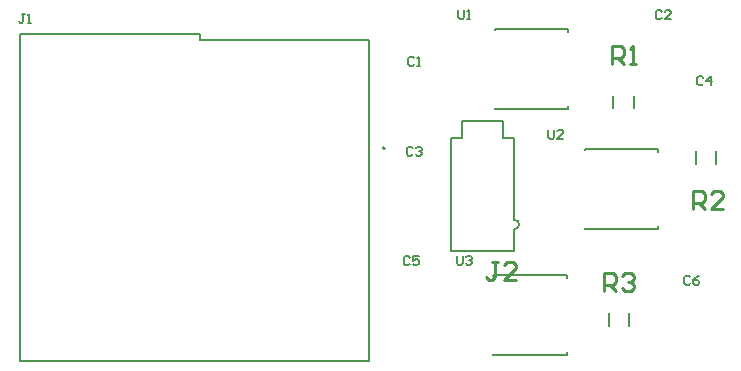
<source format=gto>
G04*
G04 #@! TF.GenerationSoftware,Altium Limited,Altium Designer,25.1.2 (22)*
G04*
G04 Layer_Color=65535*
%FSLAX44Y44*%
%MOMM*%
G71*
G04*
G04 #@! TF.SameCoordinates,B7D9D61E-E531-4C97-95C7-BE20352FD60D*
G04*
G04*
G04 #@! TF.FilePolarity,Positive*
G04*
G01*
G75*
%ADD10C,0.2000*%
%ADD11C,0.1270*%
%ADD12C,0.2540*%
%ADD13C,0.1778*%
D10*
X712801Y762250D02*
G03*
X712801Y770250I0J4000D01*
G01*
X603020Y830640D02*
G03*
X603020Y830640I-1000J0D01*
G01*
X658800Y839750D02*
X668801Y839749D01*
X702801D02*
X712800Y839750D01*
X712801Y770250D01*
X658801Y743749D02*
X712801D01*
X668801Y853749D02*
X702801D01*
Y839749D02*
Y853749D01*
X668801Y839749D02*
Y853749D01*
X712801Y743749D02*
Y762250D01*
X658800Y839750D02*
X658801Y743749D01*
X694755Y723260D02*
X756955D01*
Y655960D02*
Y658360D01*
Y720860D02*
Y723260D01*
X694755Y655960D02*
X756955D01*
X694755D02*
Y656510D01*
Y722710D02*
Y723260D01*
X772215Y829940D02*
X834415D01*
Y762640D02*
Y765040D01*
Y827540D02*
Y829940D01*
X772215Y762640D02*
X834415D01*
X772215D02*
Y763190D01*
Y829390D02*
Y829940D01*
X696015Y931540D02*
X758215D01*
Y864240D02*
Y866640D01*
Y929140D02*
Y931540D01*
X696015Y864240D02*
X758215D01*
X696015D02*
Y864790D01*
Y930990D02*
Y931540D01*
D11*
X866230Y817660D02*
Y828260D01*
X883830Y817660D02*
Y828260D01*
X293970Y650240D02*
Y927340D01*
Y650240D02*
X589870D01*
Y922040D01*
X446370D02*
X589870D01*
X446370D02*
Y927340D01*
X293970D02*
X446370D01*
X810170Y680500D02*
Y691100D01*
X792570Y680500D02*
Y691100D01*
X813980Y864650D02*
Y875250D01*
X796380Y864650D02*
Y875250D01*
D12*
X698501Y734057D02*
X693422D01*
X695962D01*
Y721362D01*
X693422Y718822D01*
X690883D01*
X688344Y721362D01*
X713736Y718822D02*
X703579D01*
X713736Y728979D01*
Y731518D01*
X711197Y734057D01*
X706118D01*
X703579Y731518D01*
X788674Y709932D02*
Y725167D01*
X796292D01*
X798831Y722628D01*
Y717550D01*
X796292Y715011D01*
X788674D01*
X793753D02*
X798831Y709932D01*
X803909Y722628D02*
X806448Y725167D01*
X811527D01*
X814066Y722628D01*
Y720089D01*
X811527Y717550D01*
X808988D01*
X811527D01*
X814066Y715011D01*
Y712472D01*
X811527Y709932D01*
X806448D01*
X803909Y712472D01*
X863604Y779092D02*
Y794327D01*
X871222D01*
X873761Y791788D01*
Y786710D01*
X871222Y784171D01*
X863604D01*
X868682D02*
X873761Y779092D01*
X888996D02*
X878839D01*
X888996Y789249D01*
Y791788D01*
X886457Y794327D01*
X881378D01*
X878839Y791788D01*
X795023Y901702D02*
Y916937D01*
X802641D01*
X805180Y914398D01*
Y909320D01*
X802641Y906781D01*
X795023D01*
X800102D02*
X805180Y901702D01*
X810258D02*
X815337D01*
X812798D01*
Y916937D01*
X810258Y914398D01*
D13*
X663956Y739645D02*
Y733298D01*
X665226Y732028D01*
X667765D01*
X669034Y733298D01*
Y739645D01*
X671573Y738376D02*
X672843Y739645D01*
X675382D01*
X676652Y738376D01*
Y737106D01*
X675382Y735837D01*
X674113D01*
X675382D01*
X676652Y734567D01*
Y733298D01*
X675382Y732028D01*
X672843D01*
X671573Y733298D01*
X741426Y846326D02*
Y839978D01*
X742696Y838708D01*
X745235D01*
X746504Y839978D01*
Y846326D01*
X754122Y838708D02*
X749044D01*
X754122Y843786D01*
Y845056D01*
X752852Y846326D01*
X750313D01*
X749044Y845056D01*
X861820Y721612D02*
X860551Y722881D01*
X858012D01*
X856742Y721612D01*
Y716534D01*
X858012Y715264D01*
X860551D01*
X861820Y716534D01*
X869438Y722881D02*
X866899Y721612D01*
X864360Y719073D01*
Y716534D01*
X865629Y715264D01*
X868168D01*
X869438Y716534D01*
Y717803D01*
X868168Y719073D01*
X864360D01*
X872490Y890269D02*
X871221Y891539D01*
X868682D01*
X867412Y890269D01*
Y885191D01*
X868682Y883921D01*
X871221D01*
X872490Y885191D01*
X878838Y883921D02*
Y891539D01*
X875030Y887730D01*
X880108D01*
X837690Y946402D02*
X836421Y947672D01*
X833882D01*
X832612Y946402D01*
Y941324D01*
X833882Y940054D01*
X836421D01*
X837690Y941324D01*
X845308Y940054D02*
X840229D01*
X845308Y945132D01*
Y946402D01*
X844038Y947672D01*
X841499D01*
X840229Y946402D01*
X665226Y947925D02*
Y941578D01*
X666496Y940308D01*
X669035D01*
X670304Y941578D01*
Y947925D01*
X672843Y940308D02*
X675383D01*
X674113D01*
Y947925D01*
X672843Y946656D01*
X298194Y944623D02*
X295655D01*
X296925D01*
Y938276D01*
X295655Y937006D01*
X294386D01*
X293116Y938276D01*
X300734Y937006D02*
X303273D01*
X302003D01*
Y944623D01*
X300734Y943354D01*
X624330Y738122D02*
X623061Y739391D01*
X620522D01*
X619252Y738122D01*
Y733044D01*
X620522Y731774D01*
X623061D01*
X624330Y733044D01*
X631948Y739391D02*
X626870D01*
Y735583D01*
X629409Y736852D01*
X630678D01*
X631948Y735583D01*
Y733044D01*
X630678Y731774D01*
X628139D01*
X626870Y733044D01*
X626870Y830832D02*
X625601Y832102D01*
X623062D01*
X621792Y830832D01*
Y825754D01*
X623062Y824484D01*
X625601D01*
X626870Y825754D01*
X629409Y830832D02*
X630679Y832102D01*
X633218D01*
X634488Y830832D01*
Y829562D01*
X633218Y828293D01*
X631949D01*
X633218D01*
X634488Y827023D01*
Y825754D01*
X633218Y824484D01*
X630679D01*
X629409Y825754D01*
X628140Y907032D02*
X626871Y908301D01*
X624332D01*
X623062Y907032D01*
Y901954D01*
X624332Y900684D01*
X626871D01*
X628140Y901954D01*
X630680Y900684D02*
X633219D01*
X631949D01*
Y908301D01*
X630680Y907032D01*
M02*

</source>
